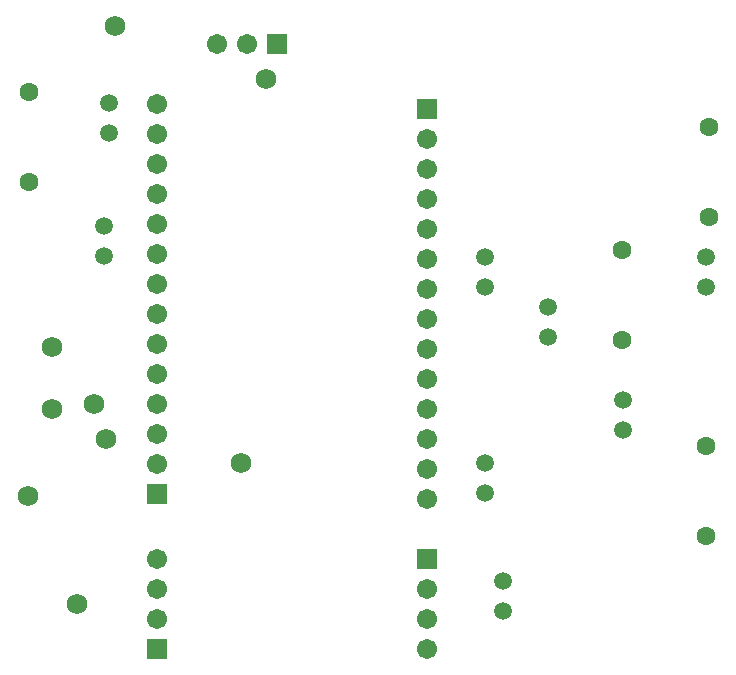
<source format=gbs>
%FSLAX25Y25*%
%MOIN*%
G70*
G01*
G75*
G04 Layer_Color=16711935*
%ADD10C,0.02000*%
%ADD11C,0.01500*%
%ADD12O,0.09000X0.02000*%
%ADD13R,0.09000X0.02000*%
%ADD14O,0.08000X0.02500*%
%ADD15R,0.08000X0.02500*%
%ADD16C,0.01000*%
%ADD17C,0.05100*%
%ADD18R,0.05906X0.05906*%
%ADD19C,0.05906*%
%ADD20C,0.05512*%
%ADD21R,0.05906X0.05906*%
%ADD22C,0.06000*%
%ADD23C,0.00787*%
%ADD24O,0.09800X0.02800*%
%ADD25R,0.09800X0.02800*%
%ADD26O,0.08800X0.03300*%
%ADD27R,0.08800X0.03300*%
%ADD28C,0.05900*%
%ADD29R,0.06706X0.06706*%
%ADD30C,0.06706*%
%ADD31C,0.06312*%
%ADD32R,0.06706X0.06706*%
%ADD33C,0.06800*%
D28*
X587500Y313000D02*
D03*
Y303000D02*
D03*
X462000Y433000D02*
D03*
Y423000D02*
D03*
X460500Y382000D02*
D03*
Y392000D02*
D03*
X587500Y381500D02*
D03*
Y371500D02*
D03*
X661000D02*
D03*
Y381500D02*
D03*
X608500Y355000D02*
D03*
Y365000D02*
D03*
X633500Y334000D02*
D03*
Y324000D02*
D03*
X593500Y273500D02*
D03*
Y263500D02*
D03*
D29*
X478000Y251000D02*
D03*
X568000Y281000D02*
D03*
X478000Y302500D02*
D03*
X568000Y431000D02*
D03*
D30*
X478000Y261000D02*
D03*
Y271000D02*
D03*
Y281000D02*
D03*
X568000Y271000D02*
D03*
Y261000D02*
D03*
Y251000D02*
D03*
X478000Y312500D02*
D03*
Y322500D02*
D03*
Y332500D02*
D03*
Y342500D02*
D03*
Y352500D02*
D03*
Y362500D02*
D03*
Y372500D02*
D03*
Y382500D02*
D03*
Y392500D02*
D03*
Y402500D02*
D03*
Y412500D02*
D03*
Y422500D02*
D03*
Y432500D02*
D03*
X568000Y421000D02*
D03*
Y411000D02*
D03*
Y401000D02*
D03*
Y391000D02*
D03*
Y381000D02*
D03*
Y371000D02*
D03*
Y361000D02*
D03*
Y351000D02*
D03*
Y341000D02*
D03*
Y331000D02*
D03*
Y321000D02*
D03*
Y311000D02*
D03*
Y301000D02*
D03*
X498000Y452500D02*
D03*
X508000D02*
D03*
D31*
X662000Y395000D02*
D03*
Y425000D02*
D03*
X633000Y384000D02*
D03*
Y354000D02*
D03*
X661000Y288500D02*
D03*
Y318500D02*
D03*
X435500Y406500D02*
D03*
Y436500D02*
D03*
D32*
X518000Y452500D02*
D03*
D33*
X464000Y458500D02*
D03*
X514500Y441000D02*
D03*
X506000Y313000D02*
D03*
X443000Y351500D02*
D03*
Y331000D02*
D03*
X461000Y321000D02*
D03*
X435000Y302000D02*
D03*
X457000Y332500D02*
D03*
X451500Y266000D02*
D03*
M02*

</source>
